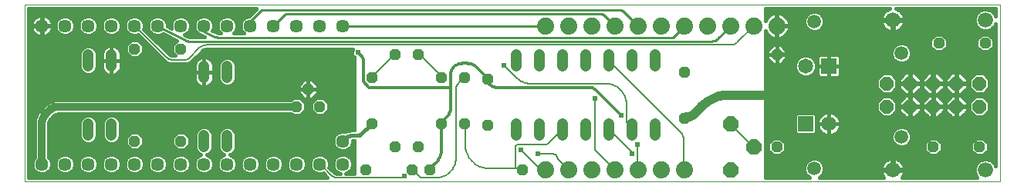
<source format=gbl>
G75*
%MOIN*%
%OFA0B0*%
%FSLAX24Y24*%
%IPPOS*%
%LPD*%
%AMOC8*
5,1,8,0,0,1.08239X$1,22.5*
%
%ADD10C,0.0010*%
%ADD11OC8,0.0600*%
%ADD12R,0.0650X0.0650*%
%ADD13C,0.0650*%
%ADD14OC8,0.0480*%
%ADD15C,0.0660*%
%ADD16C,0.0570*%
%ADD17C,0.0480*%
%ADD18C,0.0591*%
%ADD19C,0.0740*%
%ADD20OC8,0.0660*%
%ADD21C,0.0120*%
%ADD22C,0.0240*%
%ADD23C,0.0160*%
%ADD24C,0.0400*%
%ADD25C,0.0320*%
%ADD26C,0.0080*%
%ADD27C,0.0100*%
D10*
X001244Y004057D02*
X043370Y004057D01*
X043370Y011734D01*
X001244Y011734D01*
X001244Y004057D01*
D11*
X038494Y007307D03*
X039494Y007307D03*
X040494Y007307D03*
X041494Y007307D03*
X042494Y007307D03*
X042494Y008307D03*
X041494Y008307D03*
X040494Y008307D03*
X039494Y008307D03*
X038494Y008307D03*
D12*
X035994Y009057D03*
X034994Y006557D03*
D13*
X035994Y006557D03*
X034994Y009057D03*
D14*
X033744Y009557D03*
X029744Y008807D03*
X029744Y006807D03*
X033744Y005557D03*
X040494Y005557D03*
X042494Y005557D03*
X042744Y010057D03*
X040744Y010057D03*
X022744Y004557D03*
X018744Y004557D03*
X017994Y004557D03*
X015994Y004557D03*
X017244Y005557D03*
X018244Y005557D03*
X021244Y006507D03*
X020244Y006557D03*
X019244Y006557D03*
X016244Y006557D03*
X013994Y007307D03*
X012994Y007307D03*
X013494Y008057D03*
X016244Y008557D03*
X019244Y008557D03*
X020244Y008557D03*
X021244Y008507D03*
X018244Y009557D03*
X017244Y009557D03*
X007994Y009807D03*
X005994Y009807D03*
X005994Y005807D03*
X007994Y005807D03*
D15*
X038744Y004557D03*
X042744Y004557D03*
X042744Y011057D03*
X038744Y011057D03*
D16*
X014994Y010807D03*
X013994Y010807D03*
X012994Y010807D03*
X011994Y010807D03*
X010994Y010807D03*
X009994Y010807D03*
X008994Y010807D03*
X007994Y010807D03*
X006994Y010807D03*
X005994Y010807D03*
X004994Y010807D03*
X003994Y010807D03*
X002994Y010807D03*
X001994Y010807D03*
X014994Y005807D03*
X014994Y004807D03*
X013994Y004807D03*
X012994Y004807D03*
X011994Y004807D03*
X010994Y004807D03*
X009994Y004807D03*
X008994Y004807D03*
X007994Y004807D03*
X006994Y004807D03*
X005994Y004807D03*
X004994Y004807D03*
X003994Y004807D03*
X002994Y004807D03*
X001994Y004807D03*
D17*
X003994Y006067D02*
X003994Y006547D01*
X004994Y006547D02*
X004994Y006067D01*
X008994Y006047D02*
X008994Y005567D01*
X009994Y005567D02*
X009994Y006047D01*
X009994Y008567D02*
X009994Y009047D01*
X008994Y009047D02*
X008994Y008567D01*
X004994Y009067D02*
X004994Y009547D01*
X003994Y009547D02*
X003994Y009067D01*
X022494Y009067D02*
X022494Y009547D01*
X023494Y009547D02*
X023494Y009067D01*
X024494Y009067D02*
X024494Y009547D01*
X025494Y009547D02*
X025494Y009067D01*
X026494Y009067D02*
X026494Y009547D01*
X027494Y009547D02*
X027494Y009067D01*
X028494Y009067D02*
X028494Y009547D01*
X028494Y006547D02*
X028494Y006067D01*
X027494Y006067D02*
X027494Y006547D01*
X026494Y006547D02*
X026494Y006067D01*
X025494Y006067D02*
X025494Y006547D01*
X024494Y006547D02*
X024494Y006067D01*
X023494Y006067D02*
X023494Y006547D01*
X022494Y006547D02*
X022494Y006067D01*
D18*
X035364Y004623D03*
X039123Y005991D03*
X039123Y009623D03*
X035364Y010991D03*
D19*
X033744Y010807D03*
X032744Y010807D03*
X031744Y010807D03*
X030744Y010807D03*
X029744Y010807D03*
X028744Y010807D03*
X027744Y010807D03*
X026744Y010807D03*
X025744Y010807D03*
X024744Y010807D03*
X023744Y010807D03*
X023744Y004557D03*
X024744Y004557D03*
X025744Y004557D03*
X026744Y004557D03*
X027744Y004557D03*
X028744Y004557D03*
X029744Y004557D03*
D20*
X031744Y004557D03*
X032744Y005557D03*
X031744Y006557D03*
D21*
X029804Y006857D02*
X029744Y006807D01*
X027004Y006937D02*
X025936Y008004D01*
X025616Y008137D02*
X021614Y008137D01*
X021578Y008139D01*
X021542Y008144D01*
X021507Y008153D01*
X021472Y008165D01*
X021440Y008181D01*
X021408Y008199D01*
X021379Y008221D01*
X021352Y008245D01*
X021328Y008272D01*
X021306Y008301D01*
X021288Y008333D01*
X021272Y008365D01*
X021260Y008400D01*
X021251Y008435D01*
X021246Y008471D01*
X021244Y008507D01*
X021244Y008537D01*
X020755Y009025D01*
X020390Y009177D02*
X020153Y009177D01*
X020153Y009176D02*
X020109Y009174D01*
X020065Y009168D01*
X020021Y009159D01*
X019979Y009145D01*
X019938Y009128D01*
X019899Y009108D01*
X019861Y009084D01*
X019826Y009057D01*
X019793Y009027D01*
X019763Y008994D01*
X019736Y008959D01*
X019712Y008922D01*
X019692Y008882D01*
X019675Y008841D01*
X019661Y008799D01*
X019652Y008755D01*
X019646Y008711D01*
X019644Y008667D01*
X019644Y008137D01*
X016124Y008137D01*
X015884Y008377D01*
X015884Y009245D01*
X015883Y009245D02*
X015881Y009281D01*
X015877Y009317D01*
X015869Y009352D01*
X015858Y009387D01*
X015844Y009420D01*
X015828Y009452D01*
X015808Y009482D01*
X015786Y009511D01*
X015762Y009538D01*
X015644Y009657D01*
X020390Y009176D02*
X020430Y009174D01*
X020471Y009170D01*
X020510Y009162D01*
X020549Y009151D01*
X020587Y009137D01*
X020624Y009120D01*
X020660Y009100D01*
X020693Y009077D01*
X020725Y009052D01*
X020755Y009025D01*
X019644Y008137D02*
X019644Y007221D01*
X019642Y007178D01*
X019636Y007135D01*
X019627Y007093D01*
X019614Y007052D01*
X019598Y007012D01*
X019578Y006974D01*
X019555Y006938D01*
X019528Y006903D01*
X019499Y006872D01*
X019244Y006617D01*
X019244Y006557D01*
X019244Y005378D01*
X019243Y005378D02*
X019241Y005330D01*
X019236Y005281D01*
X019227Y005234D01*
X019215Y005187D01*
X019200Y005141D01*
X019182Y005096D01*
X019160Y005053D01*
X019135Y005011D01*
X019108Y004971D01*
X019077Y004933D01*
X019044Y004898D01*
X019045Y004898D02*
X018764Y004617D01*
X018744Y004557D01*
X025616Y008137D02*
X025655Y008135D01*
X025695Y008130D01*
X025733Y008122D01*
X025771Y008110D01*
X025807Y008095D01*
X025843Y008076D01*
X025876Y008055D01*
X025907Y008031D01*
X025936Y008004D01*
X033744Y009557D02*
X033804Y009577D01*
X035484Y009577D01*
X035964Y009097D02*
X035994Y009057D01*
X040444Y009337D02*
X040444Y008377D01*
X040494Y007307D02*
X040444Y007257D01*
X040444Y006297D01*
X038764Y004617D02*
X038744Y004557D01*
X033724Y010777D02*
X033744Y010807D01*
X038744Y011057D02*
X038764Y011017D01*
D22*
X025884Y007657D03*
X027004Y006937D03*
X027724Y005657D03*
X027484Y005257D03*
X023404Y005257D03*
X022684Y005417D03*
X017644Y004297D03*
X021964Y009097D03*
X015644Y009657D03*
D23*
X015406Y009763D02*
X008981Y009763D01*
X008964Y009755D02*
X009052Y009792D01*
X009100Y009797D01*
X015420Y009797D01*
X015384Y009708D01*
X015384Y009605D01*
X015423Y009509D01*
X015494Y009439D01*
X015494Y006277D01*
X015276Y006277D01*
X015123Y006213D01*
X015078Y006232D01*
X014909Y006232D01*
X014753Y006167D01*
X014633Y006047D01*
X014569Y005891D01*
X014569Y005722D01*
X014633Y005566D01*
X014753Y005446D01*
X014909Y005382D01*
X015078Y005382D01*
X015234Y005446D01*
X015354Y005566D01*
X015419Y005722D01*
X015419Y005837D01*
X015494Y005837D01*
X015494Y004397D01*
X015114Y004397D01*
X015234Y004446D01*
X015354Y004566D01*
X015419Y004722D01*
X015419Y004891D01*
X015354Y005047D01*
X015234Y005167D01*
X015078Y005232D01*
X014909Y005232D01*
X014753Y005167D01*
X014633Y005047D01*
X014569Y004891D01*
X014569Y004722D01*
X014633Y004566D01*
X014753Y004446D01*
X014873Y004397D01*
X014756Y004397D01*
X014719Y004400D01*
X014652Y004428D01*
X014623Y004452D01*
X014399Y004676D01*
X014419Y004722D01*
X014419Y004891D01*
X014354Y005047D01*
X014234Y005167D01*
X014078Y005232D01*
X013909Y005232D01*
X013753Y005167D01*
X013633Y005047D01*
X013569Y004891D01*
X013569Y004722D01*
X013633Y004566D01*
X013753Y004446D01*
X013909Y004382D01*
X014078Y004382D01*
X014153Y004413D01*
X014324Y004242D01*
X001429Y004242D01*
X001429Y011549D01*
X011267Y011549D01*
X011238Y011520D01*
X011238Y011520D01*
X010950Y011232D01*
X010909Y011232D01*
X010753Y011167D01*
X010633Y011047D01*
X010569Y010891D01*
X010569Y010722D01*
X010633Y010566D01*
X010713Y010487D01*
X010275Y010487D01*
X010354Y010566D01*
X010419Y010722D01*
X010419Y010891D01*
X010354Y011047D01*
X010234Y011167D01*
X010078Y011232D01*
X009909Y011232D01*
X009753Y011167D01*
X009633Y011047D01*
X009569Y010891D01*
X009569Y010722D01*
X009633Y010566D01*
X009713Y010487D01*
X009672Y010487D01*
X009605Y010494D01*
X009541Y010514D01*
X009469Y010546D01*
X009365Y010591D01*
X009419Y010722D01*
X009419Y010891D01*
X009354Y011047D01*
X009234Y011167D01*
X009078Y011232D01*
X008909Y011232D01*
X008753Y011167D01*
X008633Y011047D01*
X008569Y010891D01*
X008569Y010722D01*
X008633Y010566D01*
X008753Y010446D01*
X008844Y010409D01*
X008845Y010404D01*
X008885Y010387D01*
X008915Y010357D01*
X008954Y010357D01*
X009022Y010327D01*
X008395Y010327D01*
X008363Y010329D01*
X008299Y010344D01*
X008270Y010357D01*
X008259Y010362D01*
X008199Y010392D01*
X008156Y010414D01*
X008234Y010446D01*
X008354Y010566D01*
X008419Y010722D01*
X008419Y010891D01*
X008354Y011047D01*
X008234Y011167D01*
X008078Y011232D01*
X007909Y011232D01*
X007753Y011167D01*
X007633Y011047D01*
X007569Y010891D01*
X007569Y010722D01*
X007575Y010706D01*
X007419Y010785D01*
X007419Y010891D01*
X007354Y011047D01*
X007234Y011167D01*
X007078Y011232D01*
X006909Y011232D01*
X006753Y011167D01*
X006633Y011047D01*
X006569Y010891D01*
X006569Y010722D01*
X006633Y010566D01*
X006753Y010446D01*
X006909Y010382D01*
X007078Y010382D01*
X007234Y010446D01*
X007239Y010451D01*
X007811Y010162D01*
X007614Y009964D01*
X007614Y009649D01*
X007746Y009517D01*
X007625Y009517D01*
X007593Y009520D01*
X007536Y009544D01*
X007511Y009564D01*
X006399Y010676D01*
X006419Y010722D01*
X006419Y010891D01*
X006354Y011047D01*
X006234Y011167D01*
X006078Y011232D01*
X005909Y011232D01*
X005753Y011167D01*
X005633Y011047D01*
X005569Y010891D01*
X005569Y010722D01*
X005633Y010566D01*
X005753Y010446D01*
X005909Y010382D01*
X006078Y010382D01*
X006153Y010413D01*
X007204Y009362D01*
X007218Y009348D01*
X007309Y009256D01*
X007309Y009256D01*
X007330Y009236D01*
X007521Y009157D01*
X008271Y009157D01*
X008420Y009218D01*
X008424Y009222D01*
X008874Y009672D01*
X008913Y009711D01*
X008926Y009725D01*
X008964Y009755D01*
X008806Y009604D02*
X015384Y009604D01*
X015487Y009446D02*
X009125Y009446D01*
X009155Y009436D02*
X009092Y009456D01*
X009027Y009467D01*
X008994Y009467D01*
X008994Y008807D01*
X009414Y008807D01*
X009414Y009080D01*
X009403Y009145D01*
X009383Y009208D01*
X009353Y009267D01*
X009314Y009320D01*
X009267Y009367D01*
X009214Y009406D01*
X009155Y009436D01*
X008994Y009446D02*
X008994Y009446D01*
X008994Y009467D02*
X008961Y009467D01*
X008895Y009456D01*
X008832Y009436D01*
X008774Y009406D01*
X008720Y009367D01*
X008673Y009320D01*
X008634Y009267D01*
X008604Y009208D01*
X008584Y009145D01*
X008574Y009080D01*
X008574Y008807D01*
X008994Y008807D01*
X008994Y008807D01*
X008994Y008807D01*
X008994Y009467D01*
X008863Y009446D02*
X008647Y009446D01*
X008649Y009287D02*
X008489Y009287D01*
X008424Y009222D02*
X008424Y009222D01*
X008420Y009218D02*
X008420Y009218D01*
X008581Y009129D02*
X005414Y009129D01*
X005414Y009034D02*
X005414Y009307D01*
X005414Y009580D01*
X005403Y009645D01*
X005383Y009708D01*
X005353Y009767D01*
X005314Y009820D01*
X005267Y009867D01*
X005214Y009906D01*
X005155Y009936D01*
X005092Y009956D01*
X005027Y009967D01*
X004994Y009967D01*
X004994Y009307D01*
X005414Y009307D01*
X004994Y009307D01*
X004994Y009307D01*
X004994Y009307D01*
X004994Y009967D01*
X004961Y009967D01*
X004895Y009956D01*
X004832Y009936D01*
X004774Y009906D01*
X004720Y009867D01*
X004673Y009820D01*
X004634Y009767D01*
X004604Y009708D01*
X004584Y009645D01*
X004574Y009580D01*
X004574Y009307D01*
X004994Y009307D01*
X004994Y008647D01*
X005027Y008647D01*
X005092Y008657D01*
X005155Y008677D01*
X005214Y008707D01*
X005267Y008746D01*
X005314Y008793D01*
X005353Y008847D01*
X005383Y008905D01*
X005403Y008968D01*
X005414Y009034D01*
X005404Y008970D02*
X008574Y008970D01*
X008574Y008812D02*
X005328Y008812D01*
X005068Y008653D02*
X008574Y008653D01*
X008574Y008534D02*
X008584Y008468D01*
X008604Y008405D01*
X008634Y008347D01*
X008673Y008293D01*
X008720Y008246D01*
X008774Y008207D01*
X008832Y008177D01*
X008895Y008157D01*
X008961Y008147D01*
X008994Y008147D01*
X009027Y008147D01*
X009092Y008157D01*
X009155Y008177D01*
X009214Y008207D01*
X009267Y008246D01*
X009314Y008293D01*
X009353Y008347D01*
X009383Y008405D01*
X009403Y008468D01*
X009414Y008534D01*
X009414Y008807D01*
X008994Y008807D01*
X008994Y008147D01*
X008994Y008807D01*
X008994Y008807D01*
X008994Y008807D01*
X008574Y008807D01*
X008574Y008534D01*
X008580Y008495D02*
X001429Y008495D01*
X001429Y008653D02*
X004920Y008653D01*
X004895Y008657D02*
X004961Y008647D01*
X004994Y008647D01*
X004994Y009307D01*
X004994Y009307D01*
X004994Y009307D01*
X004574Y009307D01*
X004574Y009034D01*
X004584Y008968D01*
X004604Y008905D01*
X004634Y008847D01*
X004673Y008793D01*
X004720Y008746D01*
X004774Y008707D01*
X004832Y008677D01*
X004895Y008657D01*
X004994Y008653D02*
X004994Y008653D01*
X004994Y008812D02*
X004994Y008812D01*
X004994Y008970D02*
X004994Y008970D01*
X004994Y009129D02*
X004994Y009129D01*
X004994Y009287D02*
X004994Y009287D01*
X004994Y009446D02*
X004994Y009446D01*
X004994Y009604D02*
X004994Y009604D01*
X004994Y009763D02*
X004994Y009763D01*
X004994Y009921D02*
X004994Y009921D01*
X005184Y009921D02*
X005614Y009921D01*
X005614Y009964D02*
X005614Y009649D01*
X005836Y009427D01*
X006151Y009427D01*
X006374Y009649D01*
X006374Y009964D01*
X006151Y010187D01*
X005836Y010187D01*
X005614Y009964D01*
X005729Y010080D02*
X001429Y010080D01*
X001429Y010238D02*
X006328Y010238D01*
X006258Y010080D02*
X006486Y010080D01*
X006374Y009921D02*
X006645Y009921D01*
X006803Y009763D02*
X006374Y009763D01*
X006329Y009604D02*
X006962Y009604D01*
X007120Y009446D02*
X006170Y009446D01*
X005817Y009446D02*
X005414Y009446D01*
X005410Y009604D02*
X005659Y009604D01*
X005614Y009763D02*
X005355Y009763D01*
X004804Y009921D02*
X004083Y009921D01*
X004069Y009927D02*
X003918Y009927D01*
X003778Y009869D01*
X003672Y009762D01*
X003614Y009622D01*
X003614Y008991D01*
X003672Y008851D01*
X003778Y008745D01*
X003918Y008687D01*
X004069Y008687D01*
X004209Y008745D01*
X004316Y008851D01*
X004374Y008991D01*
X004374Y009622D01*
X004316Y009762D01*
X004209Y009869D01*
X004069Y009927D01*
X003905Y009921D02*
X001429Y009921D01*
X001429Y009763D02*
X003672Y009763D01*
X003614Y009604D02*
X001429Y009604D01*
X001429Y009446D02*
X003614Y009446D01*
X003614Y009287D02*
X001429Y009287D01*
X001429Y009129D02*
X003614Y009129D01*
X003622Y008970D02*
X001429Y008970D01*
X001429Y008812D02*
X003711Y008812D01*
X004276Y008812D02*
X004660Y008812D01*
X004584Y008970D02*
X004365Y008970D01*
X004374Y009129D02*
X004574Y009129D01*
X004574Y009287D02*
X004374Y009287D01*
X004374Y009446D02*
X004574Y009446D01*
X004578Y009604D02*
X004374Y009604D01*
X004315Y009763D02*
X004632Y009763D01*
X004909Y010382D02*
X005078Y010382D01*
X005234Y010446D01*
X005354Y010566D01*
X005419Y010722D01*
X005419Y010891D01*
X005354Y011047D01*
X005234Y011167D01*
X005078Y011232D01*
X004909Y011232D01*
X004753Y011167D01*
X004633Y011047D01*
X004569Y010891D01*
X004569Y010722D01*
X004633Y010566D01*
X004753Y010446D01*
X004909Y010382D01*
X004873Y010397D02*
X004114Y010397D01*
X004078Y010382D02*
X004234Y010446D01*
X004354Y010566D01*
X004419Y010722D01*
X004419Y010891D01*
X004354Y011047D01*
X004234Y011167D01*
X004078Y011232D01*
X003909Y011232D01*
X003753Y011167D01*
X003633Y011047D01*
X003569Y010891D01*
X003569Y010722D01*
X003633Y010566D01*
X003753Y010446D01*
X003909Y010382D01*
X004078Y010382D01*
X003873Y010397D02*
X003114Y010397D01*
X003078Y010382D02*
X003234Y010446D01*
X003354Y010566D01*
X003419Y010722D01*
X003419Y010891D01*
X003354Y011047D01*
X003234Y011167D01*
X003078Y011232D01*
X002909Y011232D01*
X002753Y011167D01*
X002633Y011047D01*
X002569Y010891D01*
X002569Y010722D01*
X002633Y010566D01*
X002753Y010446D01*
X002909Y010382D01*
X003078Y010382D01*
X002873Y010397D02*
X002213Y010397D01*
X002237Y010409D02*
X002172Y010376D01*
X002103Y010353D01*
X002030Y010342D01*
X002009Y010342D01*
X002009Y010792D01*
X002009Y010822D01*
X001979Y010822D01*
X001979Y011272D01*
X001957Y011272D01*
X001885Y011260D01*
X001815Y011238D01*
X001750Y011204D01*
X001691Y011161D01*
X001639Y011110D01*
X001596Y011050D01*
X001563Y010985D01*
X001540Y010916D01*
X001529Y010843D01*
X001529Y010822D01*
X001979Y010822D01*
X001979Y010792D01*
X001529Y010792D01*
X001529Y010770D01*
X001540Y010698D01*
X001563Y010628D01*
X001596Y010563D01*
X001639Y010504D01*
X001691Y010452D01*
X001750Y010409D01*
X001815Y010376D01*
X001885Y010353D01*
X001957Y010342D01*
X001979Y010342D01*
X001979Y010792D01*
X002009Y010792D01*
X002459Y010792D01*
X002459Y010770D01*
X002447Y010698D01*
X002425Y010628D01*
X002391Y010563D01*
X002348Y010504D01*
X002297Y010452D01*
X002237Y010409D01*
X002386Y010555D02*
X002644Y010555D01*
X002572Y010714D02*
X002450Y010714D01*
X002459Y010822D02*
X002459Y010843D01*
X002447Y010916D01*
X002425Y010985D01*
X002391Y011050D01*
X002348Y011110D01*
X002297Y011161D01*
X002237Y011204D01*
X002172Y011238D01*
X002103Y011260D01*
X002030Y011272D01*
X002009Y011272D01*
X002009Y010822D01*
X002459Y010822D01*
X002454Y010872D02*
X002569Y010872D01*
X002626Y011031D02*
X002401Y011031D01*
X002258Y011189D02*
X002807Y011189D01*
X003181Y011189D02*
X003807Y011189D01*
X003626Y011031D02*
X003361Y011031D01*
X003419Y010872D02*
X003569Y010872D01*
X003572Y010714D02*
X003415Y010714D01*
X003343Y010555D02*
X003644Y010555D01*
X004343Y010555D02*
X004644Y010555D01*
X004572Y010714D02*
X004415Y010714D01*
X004419Y010872D02*
X004569Y010872D01*
X004626Y011031D02*
X004361Y011031D01*
X004181Y011189D02*
X004807Y011189D01*
X005181Y011189D02*
X005807Y011189D01*
X005626Y011031D02*
X005361Y011031D01*
X005419Y010872D02*
X005569Y010872D01*
X005572Y010714D02*
X005415Y010714D01*
X005343Y010555D02*
X005644Y010555D01*
X005873Y010397D02*
X005114Y010397D01*
X006114Y010397D02*
X006169Y010397D01*
X006520Y010555D02*
X006644Y010555D01*
X006678Y010397D02*
X006873Y010397D01*
X006837Y010238D02*
X007660Y010238D01*
X007729Y010080D02*
X006995Y010080D01*
X007154Y009921D02*
X007614Y009921D01*
X007614Y009763D02*
X007312Y009763D01*
X007471Y009604D02*
X007659Y009604D01*
X007279Y009287D02*
X005414Y009287D01*
X007330Y009236D02*
X007330Y009236D01*
X008994Y009287D02*
X008994Y009287D01*
X008994Y009129D02*
X008994Y009129D01*
X008994Y008970D02*
X008994Y008970D01*
X008994Y008812D02*
X008994Y008812D01*
X008994Y008653D02*
X008994Y008653D01*
X008994Y008495D02*
X008994Y008495D01*
X008994Y008336D02*
X008994Y008336D01*
X008994Y008178D02*
X008994Y008178D01*
X009155Y008178D02*
X013074Y008178D01*
X013074Y008231D02*
X013074Y008057D01*
X013494Y008057D01*
X013914Y008057D01*
X013914Y008231D01*
X013668Y008477D01*
X013494Y008477D01*
X013494Y008057D01*
X013494Y008057D01*
X013494Y008057D01*
X013494Y008477D01*
X013320Y008477D01*
X013074Y008231D01*
X013179Y008336D02*
X010301Y008336D01*
X010316Y008351D02*
X010374Y008491D01*
X010374Y009122D01*
X010316Y009262D01*
X010209Y009369D01*
X010069Y009427D01*
X009918Y009427D01*
X009778Y009369D01*
X009672Y009262D01*
X009614Y009122D01*
X009614Y008491D01*
X009672Y008351D01*
X009778Y008245D01*
X009918Y008187D01*
X010069Y008187D01*
X010209Y008245D01*
X010316Y008351D01*
X010374Y008495D02*
X015494Y008495D01*
X015494Y008653D02*
X010374Y008653D01*
X010374Y008812D02*
X015494Y008812D01*
X015494Y008970D02*
X010374Y008970D01*
X010371Y009129D02*
X015494Y009129D01*
X015494Y009287D02*
X010291Y009287D01*
X009697Y009287D02*
X009338Y009287D01*
X009406Y009129D02*
X009616Y009129D01*
X009614Y008970D02*
X009414Y008970D01*
X009414Y008812D02*
X009614Y008812D01*
X009614Y008653D02*
X009414Y008653D01*
X009408Y008495D02*
X009614Y008495D01*
X009687Y008336D02*
X009345Y008336D01*
X008832Y008178D02*
X001429Y008178D01*
X001429Y008336D02*
X008642Y008336D01*
X012756Y007607D02*
X002554Y007607D01*
X002239Y007476D01*
X002239Y007476D01*
X002160Y007397D01*
X001903Y007140D01*
X001824Y007062D01*
X001824Y007062D01*
X001694Y006746D01*
X001694Y005108D01*
X001633Y005047D01*
X001569Y004891D01*
X001569Y004722D01*
X001633Y004566D01*
X001753Y004446D01*
X001909Y004382D01*
X002078Y004382D01*
X002234Y004446D01*
X002354Y004566D01*
X002419Y004722D01*
X002419Y004891D01*
X002354Y005047D01*
X002294Y005108D01*
X002294Y006575D01*
X002299Y006626D01*
X002337Y006719D01*
X002370Y006758D01*
X002500Y006889D01*
X002503Y006892D01*
X002542Y006931D01*
X002581Y006963D01*
X002675Y007002D01*
X002725Y007007D01*
X012756Y007007D01*
X012836Y006927D01*
X013151Y006927D01*
X013374Y007149D01*
X013374Y007464D01*
X013151Y007687D01*
X012836Y007687D01*
X012756Y007607D01*
X013074Y007883D02*
X013320Y007637D01*
X013494Y007637D01*
X013668Y007637D01*
X013914Y007883D01*
X013914Y008057D01*
X013494Y008057D01*
X013494Y007637D01*
X013494Y008057D01*
X013494Y008057D01*
X013494Y008057D01*
X013074Y008057D01*
X013074Y007883D01*
X013096Y007861D02*
X001429Y007861D01*
X001429Y008019D02*
X013074Y008019D01*
X013494Y008019D02*
X013494Y008019D01*
X013494Y007861D02*
X013494Y007861D01*
X013494Y007702D02*
X013494Y007702D01*
X013733Y007702D02*
X015494Y007702D01*
X015494Y007544D02*
X014294Y007544D01*
X014374Y007464D02*
X014151Y007687D01*
X013836Y007687D01*
X013614Y007464D01*
X013614Y007149D01*
X013836Y006927D01*
X014151Y006927D01*
X014374Y007149D01*
X014374Y007464D01*
X014374Y007385D02*
X015494Y007385D01*
X015494Y007227D02*
X014374Y007227D01*
X014293Y007068D02*
X015494Y007068D01*
X015494Y006910D02*
X005110Y006910D01*
X005069Y006927D02*
X004918Y006927D01*
X004778Y006869D01*
X004672Y006762D01*
X004614Y006622D01*
X004614Y005991D01*
X004672Y005851D01*
X004778Y005745D01*
X004918Y005687D01*
X005069Y005687D01*
X005209Y005745D01*
X005316Y005851D01*
X005374Y005991D01*
X005374Y006622D01*
X005316Y006762D01*
X005209Y006869D01*
X005069Y006927D01*
X004877Y006910D02*
X004110Y006910D01*
X004069Y006927D02*
X003918Y006927D01*
X003778Y006869D01*
X003672Y006762D01*
X003614Y006622D01*
X003614Y005991D01*
X003672Y005851D01*
X003778Y005745D01*
X003918Y005687D01*
X004069Y005687D01*
X004209Y005745D01*
X004316Y005851D01*
X004374Y005991D01*
X004374Y006622D01*
X004316Y006762D01*
X004209Y006869D01*
X004069Y006927D01*
X003877Y006910D02*
X002521Y006910D01*
X002500Y006889D02*
X002500Y006889D01*
X002364Y006751D02*
X003667Y006751D01*
X003614Y006593D02*
X002295Y006593D01*
X002294Y006434D02*
X003614Y006434D01*
X003614Y006276D02*
X002294Y006276D01*
X002294Y006117D02*
X003614Y006117D01*
X003627Y005959D02*
X002294Y005959D01*
X002294Y005800D02*
X003723Y005800D01*
X004265Y005800D02*
X004723Y005800D01*
X004627Y005959D02*
X004360Y005959D01*
X004374Y006117D02*
X004614Y006117D01*
X004614Y006276D02*
X004374Y006276D01*
X004374Y006434D02*
X004614Y006434D01*
X004614Y006593D02*
X004374Y006593D01*
X004320Y006751D02*
X004667Y006751D01*
X005320Y006751D02*
X015494Y006751D01*
X015494Y006593D02*
X005374Y006593D01*
X005374Y006434D02*
X015494Y006434D01*
X015620Y006056D02*
X015648Y006058D01*
X015676Y006062D01*
X015703Y006070D01*
X015729Y006081D01*
X015754Y006094D01*
X015776Y006111D01*
X015797Y006130D01*
X016204Y006537D01*
X015274Y006276D02*
X010302Y006276D01*
X010316Y006262D02*
X010209Y006369D01*
X010069Y006427D01*
X009918Y006427D01*
X009778Y006369D01*
X009672Y006262D01*
X009614Y006122D01*
X009614Y005491D01*
X009672Y005351D01*
X009778Y005245D01*
X009859Y005211D01*
X009753Y005167D01*
X009633Y005047D01*
X009569Y004891D01*
X009569Y004722D01*
X009633Y004566D01*
X009753Y004446D01*
X009909Y004382D01*
X010078Y004382D01*
X010234Y004446D01*
X010354Y004566D01*
X010419Y004722D01*
X010419Y004891D01*
X010354Y005047D01*
X010234Y005167D01*
X010128Y005211D01*
X010209Y005245D01*
X010316Y005351D01*
X010374Y005491D01*
X010374Y006122D01*
X010316Y006262D01*
X010374Y006117D02*
X014703Y006117D01*
X014597Y005959D02*
X010374Y005959D01*
X010374Y005800D02*
X014569Y005800D01*
X014602Y005642D02*
X010374Y005642D01*
X010370Y005483D02*
X014716Y005483D01*
X015271Y005483D02*
X015494Y005483D01*
X015494Y005325D02*
X010289Y005325D01*
X010235Y005166D02*
X010752Y005166D01*
X010753Y005167D02*
X010633Y005047D01*
X010569Y004891D01*
X010569Y004722D01*
X010633Y004566D01*
X010753Y004446D01*
X010909Y004382D01*
X011078Y004382D01*
X011234Y004446D01*
X011354Y004566D01*
X011419Y004722D01*
X011419Y004891D01*
X011354Y005047D01*
X011234Y005167D01*
X011078Y005232D01*
X010909Y005232D01*
X010753Y005167D01*
X010617Y005008D02*
X010370Y005008D01*
X010419Y004849D02*
X010569Y004849D01*
X010582Y004691D02*
X010406Y004691D01*
X010320Y004532D02*
X010667Y004532D01*
X011320Y004532D02*
X011667Y004532D01*
X011633Y004566D02*
X011753Y004446D01*
X011909Y004382D01*
X012078Y004382D01*
X012234Y004446D01*
X012354Y004566D01*
X012419Y004722D01*
X012419Y004891D01*
X012354Y005047D01*
X012234Y005167D01*
X012078Y005232D01*
X011909Y005232D01*
X011753Y005167D01*
X011633Y005047D01*
X011569Y004891D01*
X011569Y004722D01*
X011633Y004566D01*
X011582Y004691D02*
X011406Y004691D01*
X011419Y004849D02*
X011569Y004849D01*
X011617Y005008D02*
X011370Y005008D01*
X011235Y005166D02*
X011752Y005166D01*
X012235Y005166D02*
X012752Y005166D01*
X012753Y005167D02*
X012633Y005047D01*
X012569Y004891D01*
X012569Y004722D01*
X012633Y004566D01*
X012753Y004446D01*
X012909Y004382D01*
X013078Y004382D01*
X013234Y004446D01*
X013354Y004566D01*
X013419Y004722D01*
X013419Y004891D01*
X013354Y005047D01*
X013234Y005167D01*
X013078Y005232D01*
X012909Y005232D01*
X012753Y005167D01*
X012617Y005008D02*
X012370Y005008D01*
X012419Y004849D02*
X012569Y004849D01*
X012582Y004691D02*
X012406Y004691D01*
X012320Y004532D02*
X012667Y004532D01*
X013320Y004532D02*
X013667Y004532D01*
X013582Y004691D02*
X013406Y004691D01*
X013419Y004849D02*
X013569Y004849D01*
X013617Y005008D02*
X013370Y005008D01*
X013235Y005166D02*
X013752Y005166D01*
X014235Y005166D02*
X014752Y005166D01*
X014617Y005008D02*
X014370Y005008D01*
X014419Y004849D02*
X014569Y004849D01*
X014582Y004691D02*
X014406Y004691D01*
X014543Y004532D02*
X014667Y004532D01*
X014192Y004374D02*
X001429Y004374D01*
X001429Y004532D02*
X001667Y004532D01*
X001582Y004691D02*
X001429Y004691D01*
X001429Y004849D02*
X001569Y004849D01*
X001617Y005008D02*
X001429Y005008D01*
X001429Y005166D02*
X001694Y005166D01*
X001694Y005325D02*
X001429Y005325D01*
X001429Y005483D02*
X001694Y005483D01*
X001694Y005642D02*
X001429Y005642D01*
X001429Y005800D02*
X001694Y005800D01*
X001694Y005959D02*
X001429Y005959D01*
X001429Y006117D02*
X001694Y006117D01*
X001694Y006276D02*
X001429Y006276D01*
X001429Y006434D02*
X001694Y006434D01*
X001694Y006593D02*
X001429Y006593D01*
X001429Y006751D02*
X001696Y006751D01*
X001762Y006910D02*
X001429Y006910D01*
X001429Y007068D02*
X001831Y007068D01*
X001903Y007140D02*
X001903Y007140D01*
X001989Y007227D02*
X001429Y007227D01*
X001429Y007385D02*
X002148Y007385D01*
X002160Y007397D02*
X002160Y007397D01*
X002402Y007544D02*
X001429Y007544D01*
X001429Y007702D02*
X013254Y007702D01*
X013294Y007544D02*
X013693Y007544D01*
X013614Y007385D02*
X013374Y007385D01*
X013374Y007227D02*
X013614Y007227D01*
X013695Y007068D02*
X013293Y007068D01*
X013892Y007861D02*
X015494Y007861D01*
X015494Y008019D02*
X013914Y008019D01*
X013914Y008178D02*
X015494Y008178D01*
X015494Y008336D02*
X013808Y008336D01*
X013494Y008336D02*
X013494Y008336D01*
X013494Y008178D02*
X013494Y008178D01*
X009209Y006369D02*
X009069Y006427D01*
X008918Y006427D01*
X008778Y006369D01*
X008672Y006262D01*
X008614Y006122D01*
X008614Y005491D01*
X008672Y005351D01*
X008778Y005245D01*
X008859Y005211D01*
X008753Y005167D01*
X008633Y005047D01*
X008569Y004891D01*
X008569Y004722D01*
X008633Y004566D01*
X008753Y004446D01*
X008909Y004382D01*
X009078Y004382D01*
X009234Y004446D01*
X009354Y004566D01*
X009419Y004722D01*
X009419Y004891D01*
X009354Y005047D01*
X009234Y005167D01*
X009128Y005211D01*
X009209Y005245D01*
X009316Y005351D01*
X009374Y005491D01*
X009374Y006122D01*
X009316Y006262D01*
X009209Y006369D01*
X009302Y006276D02*
X009685Y006276D01*
X009614Y006117D02*
X009374Y006117D01*
X009374Y005959D02*
X009614Y005959D01*
X009614Y005800D02*
X009374Y005800D01*
X009374Y005642D02*
X009614Y005642D01*
X009617Y005483D02*
X009370Y005483D01*
X009289Y005325D02*
X009698Y005325D01*
X009752Y005166D02*
X009235Y005166D01*
X009370Y005008D02*
X009617Y005008D01*
X009569Y004849D02*
X009419Y004849D01*
X009406Y004691D02*
X009582Y004691D01*
X009667Y004532D02*
X009320Y004532D01*
X008667Y004532D02*
X008320Y004532D01*
X008354Y004566D02*
X008419Y004722D01*
X008419Y004891D01*
X008354Y005047D01*
X008234Y005167D01*
X008078Y005232D01*
X007909Y005232D01*
X007753Y005167D01*
X007633Y005047D01*
X007569Y004891D01*
X007569Y004722D01*
X007633Y004566D01*
X007753Y004446D01*
X007909Y004382D01*
X008078Y004382D01*
X008234Y004446D01*
X008354Y004566D01*
X008406Y004691D02*
X008582Y004691D01*
X008569Y004849D02*
X008419Y004849D01*
X008370Y005008D02*
X008617Y005008D01*
X008752Y005166D02*
X008235Y005166D01*
X008151Y005427D02*
X008374Y005649D01*
X008374Y005964D01*
X008151Y006187D01*
X007836Y006187D01*
X007614Y005964D01*
X007614Y005649D01*
X007836Y005427D01*
X008151Y005427D01*
X008208Y005483D02*
X008617Y005483D01*
X008614Y005642D02*
X008366Y005642D01*
X008374Y005800D02*
X008614Y005800D01*
X008614Y005959D02*
X008374Y005959D01*
X008221Y006117D02*
X008614Y006117D01*
X008685Y006276D02*
X005374Y006276D01*
X005374Y006117D02*
X005767Y006117D01*
X005836Y006187D02*
X005614Y005964D01*
X005614Y005649D01*
X005836Y005427D01*
X006151Y005427D01*
X006374Y005649D01*
X006374Y005964D01*
X006151Y006187D01*
X005836Y006187D01*
X005614Y005959D02*
X005360Y005959D01*
X005265Y005800D02*
X005614Y005800D01*
X005621Y005642D02*
X002294Y005642D01*
X002294Y005483D02*
X005780Y005483D01*
X006208Y005483D02*
X007780Y005483D01*
X007621Y005642D02*
X006366Y005642D01*
X006374Y005800D02*
X007614Y005800D01*
X007614Y005959D02*
X006374Y005959D01*
X006221Y006117D02*
X007767Y006117D01*
X008698Y005325D02*
X002294Y005325D01*
X002294Y005166D02*
X002752Y005166D01*
X002753Y005167D02*
X002633Y005047D01*
X002569Y004891D01*
X002569Y004722D01*
X002633Y004566D01*
X002753Y004446D01*
X002909Y004382D01*
X003078Y004382D01*
X003234Y004446D01*
X003354Y004566D01*
X003419Y004722D01*
X003419Y004891D01*
X003354Y005047D01*
X003234Y005167D01*
X003078Y005232D01*
X002909Y005232D01*
X002753Y005167D01*
X002617Y005008D02*
X002370Y005008D01*
X002419Y004849D02*
X002569Y004849D01*
X002582Y004691D02*
X002406Y004691D01*
X002320Y004532D02*
X002667Y004532D01*
X003320Y004532D02*
X003667Y004532D01*
X003633Y004566D02*
X003753Y004446D01*
X003909Y004382D01*
X004078Y004382D01*
X004234Y004446D01*
X004354Y004566D01*
X004419Y004722D01*
X004419Y004891D01*
X004354Y005047D01*
X004234Y005167D01*
X004078Y005232D01*
X003909Y005232D01*
X003753Y005167D01*
X003633Y005047D01*
X003569Y004891D01*
X003569Y004722D01*
X003633Y004566D01*
X003582Y004691D02*
X003406Y004691D01*
X003419Y004849D02*
X003569Y004849D01*
X003617Y005008D02*
X003370Y005008D01*
X003235Y005166D02*
X003752Y005166D01*
X004235Y005166D02*
X004752Y005166D01*
X004753Y005167D02*
X004633Y005047D01*
X004569Y004891D01*
X004569Y004722D01*
X004633Y004566D01*
X004753Y004446D01*
X004909Y004382D01*
X005078Y004382D01*
X005234Y004446D01*
X005354Y004566D01*
X005419Y004722D01*
X005419Y004891D01*
X005354Y005047D01*
X005234Y005167D01*
X005078Y005232D01*
X004909Y005232D01*
X004753Y005167D01*
X004617Y005008D02*
X004370Y005008D01*
X004419Y004849D02*
X004569Y004849D01*
X004582Y004691D02*
X004406Y004691D01*
X004320Y004532D02*
X004667Y004532D01*
X005320Y004532D02*
X005667Y004532D01*
X005633Y004566D02*
X005753Y004446D01*
X005909Y004382D01*
X006078Y004382D01*
X006234Y004446D01*
X006354Y004566D01*
X006419Y004722D01*
X006419Y004891D01*
X006354Y005047D01*
X006234Y005167D01*
X006078Y005232D01*
X005909Y005232D01*
X005753Y005167D01*
X005633Y005047D01*
X005569Y004891D01*
X005569Y004722D01*
X005633Y004566D01*
X005582Y004691D02*
X005406Y004691D01*
X005419Y004849D02*
X005569Y004849D01*
X005617Y005008D02*
X005370Y005008D01*
X005235Y005166D02*
X005752Y005166D01*
X006235Y005166D02*
X006752Y005166D01*
X006753Y005167D02*
X006633Y005047D01*
X006569Y004891D01*
X006569Y004722D01*
X006633Y004566D01*
X006753Y004446D01*
X006909Y004382D01*
X007078Y004382D01*
X007234Y004446D01*
X007354Y004566D01*
X007419Y004722D01*
X007419Y004891D01*
X007354Y005047D01*
X007234Y005167D01*
X007078Y005232D01*
X006909Y005232D01*
X006753Y005167D01*
X006617Y005008D02*
X006370Y005008D01*
X006419Y004849D02*
X006569Y004849D01*
X006582Y004691D02*
X006406Y004691D01*
X006320Y004532D02*
X006667Y004532D01*
X007320Y004532D02*
X007667Y004532D01*
X007582Y004691D02*
X007406Y004691D01*
X007419Y004849D02*
X007569Y004849D01*
X007617Y005008D02*
X007370Y005008D01*
X007235Y005166D02*
X007752Y005166D01*
X014994Y005807D02*
X015140Y005953D01*
X015390Y006057D02*
X015620Y006057D01*
X015494Y005800D02*
X015419Y005800D01*
X015390Y006057D02*
X015355Y006055D01*
X015321Y006050D01*
X015287Y006042D01*
X015255Y006030D01*
X015223Y006015D01*
X015193Y005997D01*
X015165Y005977D01*
X015140Y005953D01*
X015385Y005642D02*
X015494Y005642D01*
X015494Y005166D02*
X015235Y005166D01*
X015370Y005008D02*
X015494Y005008D01*
X015494Y004849D02*
X015419Y004849D01*
X015406Y004691D02*
X015494Y004691D01*
X015494Y004532D02*
X015320Y004532D01*
X033244Y004532D02*
X034931Y004532D01*
X034929Y004536D02*
X034995Y004376D01*
X035118Y004254D01*
X035147Y004242D01*
X033244Y004242D01*
X033244Y010577D01*
X033273Y010518D01*
X033324Y010448D01*
X033385Y010387D01*
X033455Y010336D01*
X033533Y010297D01*
X033615Y010270D01*
X033700Y010257D01*
X033724Y010257D01*
X033724Y010787D01*
X033764Y010787D01*
X033764Y010827D01*
X033724Y010827D01*
X033724Y011357D01*
X033700Y011357D01*
X033615Y011343D01*
X033533Y011316D01*
X033455Y011277D01*
X033385Y011226D01*
X033324Y011165D01*
X033273Y011095D01*
X033244Y011037D01*
X033244Y011549D01*
X038608Y011549D01*
X038548Y011529D01*
X038476Y011493D01*
X038411Y011446D01*
X038355Y011389D01*
X038308Y011324D01*
X038271Y011252D01*
X038246Y011176D01*
X038234Y011097D01*
X038234Y011087D01*
X038714Y011087D01*
X038714Y011027D01*
X038234Y011027D01*
X038234Y011017D01*
X038246Y010937D01*
X038271Y010861D01*
X038308Y010789D01*
X038355Y010724D01*
X038411Y010668D01*
X038476Y010621D01*
X038548Y010584D01*
X038624Y010559D01*
X038704Y010547D01*
X038714Y010547D01*
X038714Y011027D01*
X038774Y011027D01*
X038774Y011087D01*
X039254Y011087D01*
X039254Y011097D01*
X039241Y011176D01*
X039216Y011252D01*
X039180Y011324D01*
X039133Y011389D01*
X039076Y011446D01*
X039011Y011493D01*
X038939Y011529D01*
X038879Y011549D01*
X043185Y011549D01*
X043185Y011220D01*
X043142Y011323D01*
X043010Y011455D01*
X042837Y011527D01*
X042650Y011527D01*
X042477Y011455D01*
X042345Y011323D01*
X042274Y011150D01*
X042274Y010963D01*
X042345Y010790D01*
X042477Y010658D01*
X042650Y010587D01*
X042837Y010587D01*
X043010Y010658D01*
X043142Y010790D01*
X043185Y010893D01*
X043185Y004720D01*
X043142Y004823D01*
X043010Y004955D01*
X042837Y005027D01*
X042650Y005027D01*
X042477Y004955D01*
X042345Y004823D01*
X042274Y004650D01*
X042274Y004463D01*
X042345Y004290D01*
X042394Y004242D01*
X039145Y004242D01*
X039180Y004289D01*
X039216Y004361D01*
X039241Y004437D01*
X039254Y004517D01*
X039254Y004527D01*
X038774Y004527D01*
X038774Y004587D01*
X038714Y004587D01*
X038714Y005067D01*
X038704Y005067D01*
X038624Y005054D01*
X038548Y005029D01*
X038476Y004993D01*
X038411Y004946D01*
X038355Y004889D01*
X038308Y004824D01*
X038271Y004752D01*
X038246Y004676D01*
X038234Y004597D01*
X038234Y004587D01*
X038714Y004587D01*
X038714Y004527D01*
X038234Y004527D01*
X038234Y004517D01*
X038246Y004437D01*
X038271Y004361D01*
X038308Y004289D01*
X038342Y004242D01*
X035582Y004242D01*
X035611Y004254D01*
X035733Y004376D01*
X035800Y004536D01*
X035800Y004709D01*
X035733Y004869D01*
X035611Y004992D01*
X035451Y005058D01*
X035278Y005058D01*
X035118Y004992D01*
X034995Y004869D01*
X034929Y004709D01*
X034929Y004536D01*
X034929Y004691D02*
X033244Y004691D01*
X033244Y004849D02*
X034987Y004849D01*
X035156Y005008D02*
X033244Y005008D01*
X033244Y005166D02*
X043185Y005166D01*
X043185Y005008D02*
X042883Y005008D01*
X042604Y005008D02*
X038982Y005008D01*
X039011Y004993D02*
X038939Y005029D01*
X038863Y005054D01*
X038784Y005067D01*
X038774Y005067D01*
X038774Y004587D01*
X039254Y004587D01*
X039254Y004597D01*
X039241Y004676D01*
X039216Y004752D01*
X039180Y004824D01*
X039133Y004889D01*
X039076Y004946D01*
X039011Y004993D01*
X039162Y004849D02*
X042372Y004849D01*
X042290Y004691D02*
X039236Y004691D01*
X038774Y004691D02*
X038714Y004691D01*
X038714Y004849D02*
X038774Y004849D01*
X038774Y005008D02*
X038714Y005008D01*
X038505Y005008D02*
X035572Y005008D01*
X035742Y004849D02*
X038326Y004849D01*
X038251Y004691D02*
X035800Y004691D01*
X035798Y004532D02*
X038714Y004532D01*
X038774Y004532D02*
X042274Y004532D01*
X042311Y004374D02*
X039220Y004374D01*
X038267Y004374D02*
X035731Y004374D01*
X034998Y004374D02*
X033244Y004374D01*
X033586Y005177D02*
X033901Y005177D01*
X034124Y005399D01*
X034124Y005714D01*
X033901Y005937D01*
X033586Y005937D01*
X033364Y005714D01*
X033364Y005399D01*
X033586Y005177D01*
X033438Y005325D02*
X033244Y005325D01*
X033244Y005483D02*
X033364Y005483D01*
X033364Y005642D02*
X033244Y005642D01*
X033244Y005800D02*
X033450Y005800D01*
X033244Y005959D02*
X038688Y005959D01*
X038688Y005904D02*
X038754Y005744D01*
X038877Y005622D01*
X039037Y005555D01*
X039210Y005555D01*
X039370Y005622D01*
X039492Y005744D01*
X039558Y005904D01*
X039558Y006077D01*
X039492Y006237D01*
X039370Y006360D01*
X039210Y006426D01*
X039037Y006426D01*
X038877Y006360D01*
X038754Y006237D01*
X038688Y006077D01*
X038688Y005904D01*
X038731Y005800D02*
X034038Y005800D01*
X034124Y005642D02*
X038857Y005642D01*
X039390Y005642D02*
X040114Y005642D01*
X040114Y005714D02*
X040114Y005399D01*
X040336Y005177D01*
X040651Y005177D01*
X040874Y005399D01*
X040874Y005714D01*
X040651Y005937D01*
X040336Y005937D01*
X040114Y005714D01*
X040200Y005800D02*
X039515Y005800D01*
X039558Y005959D02*
X043185Y005959D01*
X043185Y006117D02*
X039542Y006117D01*
X039454Y006276D02*
X043185Y006276D01*
X043185Y006434D02*
X036485Y006434D01*
X036486Y006438D02*
X036499Y006517D01*
X036499Y006557D01*
X036499Y006596D01*
X036486Y006675D01*
X036462Y006751D01*
X036426Y006821D01*
X036379Y006886D01*
X036323Y006942D01*
X036258Y006989D01*
X036188Y007025D01*
X036112Y007049D01*
X036033Y007062D01*
X035994Y007062D01*
X035994Y006557D01*
X036499Y006557D01*
X035994Y006557D01*
X035994Y006557D01*
X035994Y006557D01*
X035994Y007062D01*
X035954Y007062D01*
X035875Y007049D01*
X035800Y007025D01*
X035729Y006989D01*
X035665Y006942D01*
X035609Y006886D01*
X035562Y006821D01*
X035526Y006751D01*
X035459Y006751D01*
X035526Y006751D02*
X035501Y006675D01*
X035489Y006596D01*
X035489Y006557D01*
X035994Y006557D01*
X035994Y006052D01*
X036033Y006052D01*
X036112Y006064D01*
X036188Y006089D01*
X036258Y006125D01*
X036323Y006171D01*
X036379Y006228D01*
X036426Y006292D01*
X036462Y006363D01*
X036486Y006438D01*
X036499Y006593D02*
X043185Y006593D01*
X043185Y006751D02*
X036461Y006751D01*
X036355Y006910D02*
X038268Y006910D01*
X038311Y006867D02*
X038054Y007124D01*
X038054Y007489D01*
X038311Y007747D01*
X038676Y007747D01*
X038934Y007489D01*
X038934Y007124D01*
X038676Y006867D01*
X038311Y006867D01*
X038719Y006910D02*
X039212Y006910D01*
X039295Y006827D02*
X039474Y006827D01*
X039474Y007287D01*
X039014Y007287D01*
X039014Y007108D01*
X039295Y006827D01*
X039474Y006910D02*
X039514Y006910D01*
X039514Y006827D02*
X039693Y006827D01*
X039974Y007108D01*
X039974Y007287D01*
X039514Y007287D01*
X039514Y007327D01*
X039974Y007327D01*
X039974Y007506D01*
X039693Y007787D01*
X039514Y007787D01*
X039514Y007327D01*
X039474Y007327D01*
X039474Y007787D01*
X039295Y007787D01*
X039014Y007506D01*
X039014Y007327D01*
X039474Y007327D01*
X039474Y007287D01*
X039514Y007287D01*
X039514Y006827D01*
X039776Y006910D02*
X040212Y006910D01*
X040295Y006827D02*
X040474Y006827D01*
X040474Y007287D01*
X040014Y007287D01*
X040014Y007108D01*
X040295Y006827D01*
X040474Y006910D02*
X040514Y006910D01*
X040514Y006827D02*
X040693Y006827D01*
X040974Y007108D01*
X040974Y007287D01*
X040514Y007287D01*
X040514Y007327D01*
X040974Y007327D01*
X040974Y007506D01*
X040693Y007787D01*
X040514Y007787D01*
X040514Y007327D01*
X040474Y007327D01*
X040474Y007787D01*
X040295Y007787D01*
X040014Y007506D01*
X040014Y007327D01*
X040474Y007327D01*
X040474Y007287D01*
X040514Y007287D01*
X040514Y006827D01*
X040776Y006910D02*
X041212Y006910D01*
X041295Y006827D02*
X041474Y006827D01*
X041474Y007287D01*
X041014Y007287D01*
X041014Y007108D01*
X041295Y006827D01*
X041474Y006910D02*
X041514Y006910D01*
X041514Y006827D02*
X041693Y006827D01*
X041974Y007108D01*
X041974Y007287D01*
X041514Y007287D01*
X041514Y007327D01*
X041974Y007327D01*
X041974Y007506D01*
X041693Y007787D01*
X041514Y007787D01*
X041514Y007327D01*
X041474Y007327D01*
X041474Y007787D01*
X041295Y007787D01*
X041014Y007506D01*
X041014Y007327D01*
X041474Y007327D01*
X041474Y007287D01*
X041514Y007287D01*
X041514Y006827D01*
X041776Y006910D02*
X042268Y006910D01*
X042311Y006867D02*
X042054Y007124D01*
X042054Y007489D01*
X042311Y007747D01*
X042676Y007747D01*
X042934Y007489D01*
X042934Y007124D01*
X042676Y006867D01*
X042311Y006867D01*
X042719Y006910D02*
X043185Y006910D01*
X043185Y007068D02*
X042877Y007068D01*
X042934Y007227D02*
X043185Y007227D01*
X043185Y007385D02*
X042934Y007385D01*
X042879Y007544D02*
X043185Y007544D01*
X043185Y007702D02*
X042720Y007702D01*
X042676Y007867D02*
X042311Y007867D01*
X042054Y008124D01*
X042054Y008489D01*
X042311Y008747D01*
X042676Y008747D01*
X042934Y008489D01*
X042934Y008124D01*
X042676Y007867D01*
X042828Y008019D02*
X043185Y008019D01*
X043185Y007861D02*
X041727Y007861D01*
X041693Y007827D02*
X041514Y007827D01*
X041514Y008287D01*
X041514Y008327D01*
X041974Y008327D01*
X041974Y008506D01*
X041693Y008787D01*
X041514Y008787D01*
X041514Y008327D01*
X041474Y008327D01*
X041474Y008787D01*
X041295Y008787D01*
X041014Y008506D01*
X041014Y008327D01*
X041474Y008327D01*
X041474Y008287D01*
X041014Y008287D01*
X041014Y008108D01*
X041295Y007827D01*
X041474Y007827D01*
X041474Y008287D01*
X041514Y008287D01*
X041974Y008287D01*
X041974Y008108D01*
X041693Y007827D01*
X041777Y007702D02*
X042267Y007702D01*
X042108Y007544D02*
X041936Y007544D01*
X041974Y007385D02*
X042054Y007385D01*
X042054Y007227D02*
X041974Y007227D01*
X041934Y007068D02*
X042110Y007068D01*
X041514Y007068D02*
X041474Y007068D01*
X041474Y007227D02*
X041514Y007227D01*
X041514Y007385D02*
X041474Y007385D01*
X041474Y007544D02*
X041514Y007544D01*
X041514Y007702D02*
X041474Y007702D01*
X041474Y007861D02*
X041514Y007861D01*
X041514Y008019D02*
X041474Y008019D01*
X041474Y008178D02*
X041514Y008178D01*
X041514Y008336D02*
X041474Y008336D01*
X041474Y008495D02*
X041514Y008495D01*
X041514Y008653D02*
X041474Y008653D01*
X041161Y008653D02*
X040826Y008653D01*
X040693Y008787D02*
X040514Y008787D01*
X040514Y008327D01*
X040974Y008327D01*
X040974Y008506D01*
X040693Y008787D01*
X040474Y008787D02*
X040295Y008787D01*
X040014Y008506D01*
X040014Y008327D01*
X040474Y008327D01*
X040474Y008787D01*
X040474Y008653D02*
X040514Y008653D01*
X040514Y008495D02*
X040474Y008495D01*
X040474Y008336D02*
X040514Y008336D01*
X040514Y008327D02*
X040474Y008327D01*
X040474Y008287D01*
X040014Y008287D01*
X040014Y008108D01*
X040295Y007827D01*
X040474Y007827D01*
X040474Y008287D01*
X040514Y008287D01*
X040514Y008327D01*
X040514Y008287D02*
X040974Y008287D01*
X040974Y008108D01*
X040693Y007827D01*
X040514Y007827D01*
X040514Y008287D01*
X040514Y008178D02*
X040474Y008178D01*
X040474Y008019D02*
X040514Y008019D01*
X040514Y007861D02*
X040474Y007861D01*
X040474Y007702D02*
X040514Y007702D01*
X040514Y007544D02*
X040474Y007544D01*
X040474Y007385D02*
X040514Y007385D01*
X040514Y007227D02*
X040474Y007227D01*
X040474Y007068D02*
X040514Y007068D01*
X040934Y007068D02*
X041053Y007068D01*
X041014Y007227D02*
X040974Y007227D01*
X040974Y007385D02*
X041014Y007385D01*
X041052Y007544D02*
X040936Y007544D01*
X040777Y007702D02*
X041210Y007702D01*
X041261Y007861D02*
X040727Y007861D01*
X040885Y008019D02*
X041102Y008019D01*
X041014Y008178D02*
X040974Y008178D01*
X040974Y008336D02*
X041014Y008336D01*
X041014Y008495D02*
X040974Y008495D01*
X041826Y008653D02*
X042218Y008653D01*
X042059Y008495D02*
X041974Y008495D01*
X041974Y008336D02*
X042054Y008336D01*
X042054Y008178D02*
X041974Y008178D01*
X041885Y008019D02*
X042159Y008019D01*
X042934Y008178D02*
X043185Y008178D01*
X043185Y008336D02*
X042934Y008336D01*
X042928Y008495D02*
X043185Y008495D01*
X043185Y008653D02*
X042769Y008653D01*
X043185Y008812D02*
X036499Y008812D01*
X036499Y008708D02*
X036499Y009057D01*
X036499Y009405D01*
X036486Y009451D01*
X036463Y009492D01*
X036429Y009526D01*
X036388Y009549D01*
X036342Y009562D01*
X035994Y009562D01*
X035994Y009057D01*
X036499Y009057D01*
X035994Y009057D01*
X035994Y009057D01*
X035994Y009057D01*
X035994Y009562D01*
X035645Y009562D01*
X035599Y009549D01*
X035558Y009526D01*
X035525Y009492D01*
X035501Y009451D01*
X035489Y009405D01*
X035489Y009057D01*
X035994Y009057D01*
X035994Y008552D01*
X036342Y008552D01*
X036388Y008564D01*
X036429Y008588D01*
X036463Y008621D01*
X036486Y008662D01*
X036499Y008708D01*
X036481Y008653D02*
X038218Y008653D01*
X038311Y008747D02*
X038054Y008489D01*
X038054Y008124D01*
X038311Y007867D01*
X038676Y007867D01*
X038934Y008124D01*
X038934Y008489D01*
X038676Y008747D01*
X038311Y008747D01*
X038059Y008495D02*
X033244Y008495D01*
X033244Y008653D02*
X034753Y008653D01*
X034730Y008662D02*
X034901Y008592D01*
X035086Y008592D01*
X035257Y008662D01*
X035388Y008793D01*
X035459Y008964D01*
X035459Y009149D01*
X035388Y009320D01*
X035257Y009451D01*
X035086Y009522D01*
X034901Y009522D01*
X034730Y009451D01*
X034599Y009320D01*
X034529Y009149D01*
X034529Y008964D01*
X034599Y008793D01*
X034730Y008662D01*
X034592Y008812D02*
X033244Y008812D01*
X033244Y008970D02*
X034529Y008970D01*
X034529Y009129D02*
X033244Y009129D01*
X033244Y009287D02*
X033419Y009287D01*
X033324Y009383D02*
X033570Y009137D01*
X033744Y009137D01*
X033918Y009137D01*
X034164Y009383D01*
X034164Y009557D01*
X034164Y009731D01*
X033918Y009977D01*
X033744Y009977D01*
X033744Y009557D01*
X033744Y009557D01*
X034164Y009557D01*
X033744Y009557D01*
X033744Y009557D01*
X033744Y009977D01*
X033570Y009977D01*
X033324Y009731D01*
X033324Y009557D01*
X033744Y009557D01*
X033744Y009557D01*
X033744Y009137D01*
X033744Y009557D01*
X033744Y009557D01*
X033324Y009557D01*
X033324Y009383D01*
X033324Y009446D02*
X033244Y009446D01*
X033244Y009604D02*
X033324Y009604D01*
X033356Y009763D02*
X033244Y009763D01*
X033244Y009921D02*
X033514Y009921D01*
X033744Y009921D02*
X033744Y009921D01*
X033744Y009763D02*
X033744Y009763D01*
X033744Y009604D02*
X033744Y009604D01*
X033744Y009446D02*
X033744Y009446D01*
X033744Y009287D02*
X033744Y009287D01*
X034068Y009287D02*
X034586Y009287D01*
X034725Y009446D02*
X034164Y009446D01*
X034164Y009604D02*
X038688Y009604D01*
X038688Y009536D02*
X038688Y009709D01*
X038754Y009869D01*
X038877Y009992D01*
X039037Y010058D01*
X039210Y010058D01*
X039370Y009992D01*
X039492Y009869D01*
X039558Y009709D01*
X039558Y009536D01*
X039492Y009376D01*
X039370Y009254D01*
X039210Y009187D01*
X039037Y009187D01*
X038877Y009254D01*
X038754Y009376D01*
X038688Y009536D01*
X038725Y009446D02*
X036488Y009446D01*
X036499Y009287D02*
X038843Y009287D01*
X039403Y009287D02*
X043185Y009287D01*
X043185Y009129D02*
X036499Y009129D01*
X036499Y008970D02*
X043185Y008970D01*
X043185Y009446D02*
X039521Y009446D01*
X039558Y009604D02*
X043185Y009604D01*
X043185Y009763D02*
X042987Y009763D01*
X042901Y009677D02*
X043124Y009899D01*
X043124Y010214D01*
X042901Y010437D01*
X042586Y010437D01*
X042364Y010214D01*
X042364Y009899D01*
X042586Y009677D01*
X042901Y009677D01*
X042500Y009763D02*
X040987Y009763D01*
X040901Y009677D02*
X041124Y009899D01*
X041124Y010214D01*
X040901Y010437D01*
X040586Y010437D01*
X040364Y010214D01*
X040364Y009899D01*
X040586Y009677D01*
X040901Y009677D01*
X040500Y009763D02*
X039536Y009763D01*
X039440Y009921D02*
X040364Y009921D01*
X040364Y010080D02*
X033244Y010080D01*
X033244Y010238D02*
X040388Y010238D01*
X040546Y010397D02*
X034112Y010397D01*
X034102Y010387D02*
X034163Y010448D01*
X034214Y010518D01*
X034253Y010596D01*
X034280Y010678D01*
X034294Y010763D01*
X034294Y010787D01*
X033764Y010787D01*
X033764Y010257D01*
X033787Y010257D01*
X033872Y010270D01*
X033955Y010297D01*
X034032Y010336D01*
X034102Y010387D01*
X033764Y010397D02*
X033724Y010397D01*
X033724Y010555D02*
X033764Y010555D01*
X033764Y010714D02*
X033724Y010714D01*
X033764Y010827D02*
X034294Y010827D01*
X034294Y010850D01*
X034280Y010935D01*
X034253Y011018D01*
X034214Y011095D01*
X034163Y011165D01*
X034102Y011226D01*
X034032Y011277D01*
X033955Y011316D01*
X033872Y011343D01*
X033787Y011357D01*
X033764Y011357D01*
X033764Y010827D01*
X033764Y010872D02*
X033724Y010872D01*
X033724Y011031D02*
X033764Y011031D01*
X033764Y011189D02*
X033724Y011189D01*
X033724Y011348D02*
X033764Y011348D01*
X033844Y011348D02*
X035106Y011348D01*
X035118Y011360D02*
X034995Y011237D01*
X034929Y011077D01*
X034929Y010904D01*
X034995Y010744D01*
X035118Y010622D01*
X035278Y010555D01*
X035451Y010555D01*
X035611Y010622D01*
X035733Y010744D01*
X035800Y010904D01*
X035800Y011077D01*
X035733Y011237D01*
X035611Y011360D01*
X035451Y011426D01*
X035278Y011426D01*
X035118Y011360D01*
X035623Y011348D02*
X038325Y011348D01*
X038251Y011189D02*
X035753Y011189D01*
X035800Y011031D02*
X038714Y011031D01*
X038774Y011031D02*
X042274Y011031D01*
X042290Y011189D02*
X039237Y011189D01*
X039254Y011027D02*
X038774Y011027D01*
X038774Y010547D01*
X038784Y010547D01*
X038863Y010559D01*
X038939Y010584D01*
X039011Y010621D01*
X039076Y010668D01*
X039133Y010724D01*
X039180Y010789D01*
X039216Y010861D01*
X039241Y010937D01*
X039254Y011017D01*
X039254Y011027D01*
X039220Y010872D02*
X042311Y010872D01*
X042422Y010714D02*
X039122Y010714D01*
X038838Y010555D02*
X043185Y010555D01*
X043185Y010397D02*
X042941Y010397D01*
X043100Y010238D02*
X043185Y010238D01*
X043185Y010080D02*
X043124Y010080D01*
X043124Y009921D02*
X043185Y009921D01*
X042364Y009921D02*
X041124Y009921D01*
X041124Y010080D02*
X042364Y010080D01*
X042388Y010238D02*
X041100Y010238D01*
X040941Y010397D02*
X042546Y010397D01*
X043065Y010714D02*
X043185Y010714D01*
X043176Y010872D02*
X043185Y010872D01*
X043185Y011348D02*
X043117Y011348D01*
X043185Y011506D02*
X042887Y011506D01*
X042601Y011506D02*
X038985Y011506D01*
X039163Y011348D02*
X042370Y011348D01*
X038774Y010872D02*
X038714Y010872D01*
X038714Y010714D02*
X038774Y010714D01*
X038774Y010555D02*
X038714Y010555D01*
X038650Y010555D02*
X034233Y010555D01*
X034286Y010714D02*
X035026Y010714D01*
X034942Y010872D02*
X034290Y010872D01*
X034247Y011031D02*
X034929Y011031D01*
X034975Y011189D02*
X034139Y011189D01*
X033644Y011348D02*
X033244Y011348D01*
X033244Y011506D02*
X038503Y011506D01*
X038267Y010872D02*
X035786Y010872D01*
X035703Y010714D02*
X038365Y010714D01*
X038806Y009921D02*
X033973Y009921D01*
X034132Y009763D02*
X038710Y009763D01*
X035994Y009446D02*
X035994Y009446D01*
X035994Y009287D02*
X035994Y009287D01*
X035994Y009129D02*
X035994Y009129D01*
X035994Y009057D02*
X035994Y009057D01*
X035994Y009057D01*
X035994Y008552D01*
X035645Y008552D01*
X035599Y008564D01*
X035558Y008588D01*
X035525Y008621D01*
X035501Y008662D01*
X035489Y008708D01*
X035489Y009057D01*
X035994Y009057D01*
X035994Y008970D02*
X035994Y008970D01*
X035994Y008812D02*
X035994Y008812D01*
X035994Y008653D02*
X035994Y008653D01*
X035506Y008653D02*
X035235Y008653D01*
X035396Y008812D02*
X035489Y008812D01*
X035489Y008970D02*
X035459Y008970D01*
X035459Y009129D02*
X035489Y009129D01*
X035489Y009287D02*
X035402Y009287D01*
X035500Y009446D02*
X035262Y009446D01*
X033376Y010397D02*
X033244Y010397D01*
X033244Y010555D02*
X033255Y010555D01*
X033244Y011189D02*
X033348Y011189D01*
X038769Y008653D02*
X039161Y008653D01*
X039295Y008787D02*
X039014Y008506D01*
X039014Y008327D01*
X039474Y008327D01*
X039474Y008787D01*
X039295Y008787D01*
X039514Y008787D02*
X039693Y008787D01*
X039974Y008506D01*
X039974Y008327D01*
X039514Y008327D01*
X039514Y008287D01*
X039974Y008287D01*
X039974Y008108D01*
X039693Y007827D01*
X039514Y007827D01*
X039514Y008287D01*
X039474Y008287D01*
X039014Y008287D01*
X039014Y008108D01*
X039295Y007827D01*
X039474Y007827D01*
X039474Y008287D01*
X039474Y008327D01*
X039514Y008327D01*
X039514Y008787D01*
X039514Y008653D02*
X039474Y008653D01*
X039474Y008495D02*
X039514Y008495D01*
X039514Y008336D02*
X039474Y008336D01*
X039474Y008178D02*
X039514Y008178D01*
X039514Y008019D02*
X039474Y008019D01*
X039474Y007861D02*
X039514Y007861D01*
X039514Y007702D02*
X039474Y007702D01*
X039474Y007544D02*
X039514Y007544D01*
X039514Y007385D02*
X039474Y007385D01*
X039474Y007227D02*
X039514Y007227D01*
X039514Y007068D02*
X039474Y007068D01*
X039053Y007068D02*
X038877Y007068D01*
X038934Y007227D02*
X039014Y007227D01*
X039014Y007385D02*
X038934Y007385D01*
X038879Y007544D02*
X039052Y007544D01*
X039210Y007702D02*
X038720Y007702D01*
X038267Y007702D02*
X033244Y007702D01*
X033244Y007544D02*
X038108Y007544D01*
X038054Y007385D02*
X033244Y007385D01*
X033244Y007227D02*
X038054Y007227D01*
X038110Y007068D02*
X033244Y007068D01*
X033244Y006910D02*
X034529Y006910D01*
X034529Y006940D02*
X034611Y007022D01*
X035377Y007022D01*
X035459Y006940D01*
X035459Y006174D01*
X035377Y006092D01*
X034611Y006092D01*
X034529Y006174D01*
X034529Y006940D01*
X034529Y006751D02*
X033244Y006751D01*
X033244Y006593D02*
X034529Y006593D01*
X034529Y006434D02*
X033244Y006434D01*
X033244Y006276D02*
X034529Y006276D01*
X034585Y006117D02*
X033244Y006117D01*
X035402Y006117D02*
X035744Y006117D01*
X035729Y006125D02*
X035800Y006089D01*
X035875Y006064D01*
X035954Y006052D01*
X035994Y006052D01*
X035994Y006557D01*
X035994Y006557D01*
X035994Y006557D01*
X035489Y006557D01*
X035489Y006517D01*
X035501Y006438D01*
X035526Y006363D01*
X035562Y006292D01*
X035609Y006228D01*
X035665Y006171D01*
X035729Y006125D01*
X035574Y006276D02*
X035459Y006276D01*
X035459Y006434D02*
X035503Y006434D01*
X035489Y006593D02*
X035459Y006593D01*
X035994Y006593D02*
X035994Y006593D01*
X035994Y006751D02*
X035994Y006751D01*
X035994Y006910D02*
X035994Y006910D01*
X035633Y006910D02*
X035459Y006910D01*
X035994Y006434D02*
X035994Y006434D01*
X035994Y006276D02*
X035994Y006276D01*
X035994Y006117D02*
X035994Y006117D01*
X036243Y006117D02*
X038704Y006117D01*
X038792Y006276D02*
X036414Y006276D01*
X034124Y005483D02*
X040114Y005483D01*
X040188Y005325D02*
X034049Y005325D01*
X039934Y007068D02*
X040053Y007068D01*
X040014Y007227D02*
X039974Y007227D01*
X039974Y007385D02*
X040014Y007385D01*
X040052Y007544D02*
X039936Y007544D01*
X039777Y007702D02*
X040210Y007702D01*
X040261Y007861D02*
X039727Y007861D01*
X039885Y008019D02*
X040102Y008019D01*
X040014Y008178D02*
X039974Y008178D01*
X039974Y008336D02*
X040014Y008336D01*
X040014Y008495D02*
X039974Y008495D01*
X039826Y008653D02*
X040161Y008653D01*
X039014Y008495D02*
X038928Y008495D01*
X038934Y008336D02*
X039014Y008336D01*
X039014Y008178D02*
X038934Y008178D01*
X038828Y008019D02*
X039102Y008019D01*
X039261Y007861D02*
X033244Y007861D01*
X033244Y008019D02*
X038159Y008019D01*
X038054Y008178D02*
X033244Y008178D01*
X033244Y008336D02*
X038054Y008336D01*
X042114Y005714D02*
X042336Y005937D01*
X042651Y005937D01*
X042874Y005714D01*
X042874Y005399D01*
X042651Y005177D01*
X042336Y005177D01*
X042114Y005399D01*
X042114Y005714D01*
X042114Y005642D02*
X040874Y005642D01*
X040874Y005483D02*
X042114Y005483D01*
X042188Y005325D02*
X040799Y005325D01*
X040788Y005800D02*
X042200Y005800D01*
X042788Y005800D02*
X043185Y005800D01*
X043185Y005642D02*
X042874Y005642D01*
X042874Y005483D02*
X043185Y005483D01*
X043185Y005325D02*
X042799Y005325D01*
X043116Y004849D02*
X043185Y004849D01*
X011225Y011506D02*
X001429Y011506D01*
X001429Y011348D02*
X011066Y011348D01*
X010807Y011189D02*
X010181Y011189D01*
X010361Y011031D02*
X010626Y011031D01*
X010569Y010872D02*
X010419Y010872D01*
X010415Y010714D02*
X010572Y010714D01*
X010644Y010555D02*
X010343Y010555D01*
X009644Y010555D02*
X009447Y010555D01*
X009469Y010546D02*
X009469Y010546D01*
X008863Y010397D02*
X008190Y010397D01*
X008199Y010392D02*
X008199Y010392D01*
X008343Y010555D02*
X008644Y010555D01*
X008572Y010714D02*
X008415Y010714D01*
X008419Y010872D02*
X008569Y010872D01*
X008626Y011031D02*
X008361Y011031D01*
X008181Y011189D02*
X008807Y011189D01*
X009181Y011189D02*
X009807Y011189D01*
X009626Y011031D02*
X009361Y011031D01*
X009419Y010872D02*
X009569Y010872D01*
X009572Y010714D02*
X009415Y010714D01*
X007807Y011189D02*
X007181Y011189D01*
X007361Y011031D02*
X007626Y011031D01*
X007569Y010872D02*
X007419Y010872D01*
X007561Y010714D02*
X007572Y010714D01*
X007345Y010397D02*
X007114Y010397D01*
X006572Y010714D02*
X006415Y010714D01*
X006419Y010872D02*
X006569Y010872D01*
X006626Y011031D02*
X006361Y011031D01*
X006181Y011189D02*
X006807Y011189D01*
X002009Y011189D02*
X001979Y011189D01*
X001979Y011031D02*
X002009Y011031D01*
X002009Y010872D02*
X001979Y010872D01*
X001979Y010714D02*
X002009Y010714D01*
X002009Y010555D02*
X001979Y010555D01*
X001979Y010397D02*
X002009Y010397D01*
X001774Y010397D02*
X001429Y010397D01*
X001429Y010555D02*
X001602Y010555D01*
X001538Y010714D02*
X001429Y010714D01*
X001429Y010872D02*
X001533Y010872D01*
X001586Y011031D02*
X001429Y011031D01*
X001429Y011189D02*
X001729Y011189D01*
D24*
X029856Y006856D02*
X029895Y006858D01*
X029935Y006863D01*
X029973Y006871D01*
X030011Y006883D01*
X030047Y006898D01*
X030083Y006917D01*
X030116Y006938D01*
X030147Y006962D01*
X030176Y006989D01*
X030503Y007315D01*
X029856Y006857D02*
X029804Y006857D01*
X030502Y007316D02*
X030558Y007369D01*
X030617Y007420D01*
X030677Y007468D01*
X030740Y007514D01*
X030805Y007556D01*
X030872Y007595D01*
X030940Y007631D01*
X031011Y007664D01*
X031082Y007694D01*
X031155Y007720D01*
X031229Y007743D01*
X031304Y007762D01*
X031380Y007778D01*
X031456Y007791D01*
X031533Y007800D01*
X031611Y007805D01*
X031688Y007807D01*
X033494Y007807D01*
D25*
X012994Y007307D02*
X002725Y007307D01*
X002330Y007143D02*
X002157Y006970D01*
X002330Y007143D02*
X002362Y007173D01*
X002396Y007200D01*
X002433Y007225D01*
X002471Y007246D01*
X002511Y007264D01*
X002552Y007280D01*
X002595Y007292D01*
X002638Y007300D01*
X002681Y007305D01*
X002725Y007307D01*
X002158Y006970D02*
X002128Y006938D01*
X002101Y006904D01*
X002076Y006867D01*
X002055Y006829D01*
X002037Y006789D01*
X002021Y006748D01*
X002009Y006705D01*
X002001Y006662D01*
X001996Y006619D01*
X001994Y006575D01*
X001994Y004807D01*
D26*
X013994Y004807D02*
X014044Y004777D01*
X014496Y004324D01*
X014756Y004217D02*
X017644Y004217D01*
X017644Y004297D01*
X017994Y004557D02*
X018044Y004537D01*
X018317Y004263D01*
X018429Y004217D02*
X019013Y004217D01*
X018429Y004217D02*
X018404Y004219D01*
X018380Y004225D01*
X018357Y004234D01*
X018336Y004247D01*
X018317Y004263D01*
X019013Y004217D02*
X019070Y004219D01*
X019127Y004224D01*
X019183Y004234D01*
X019238Y004247D01*
X019293Y004263D01*
X019346Y004283D01*
X019398Y004307D01*
X019448Y004334D01*
X019496Y004364D01*
X019543Y004397D01*
X019587Y004433D01*
X019628Y004472D01*
X019667Y004513D01*
X019703Y004557D01*
X019736Y004604D01*
X019766Y004652D01*
X019793Y004702D01*
X019817Y004754D01*
X019837Y004807D01*
X019853Y004862D01*
X019866Y004917D01*
X019876Y004973D01*
X019881Y005030D01*
X019883Y005087D01*
X019884Y005087D02*
X019884Y008054D01*
X019886Y008093D01*
X019892Y008131D01*
X019901Y008168D01*
X019914Y008205D01*
X019931Y008240D01*
X019950Y008273D01*
X019973Y008304D01*
X019999Y008333D01*
X019999Y008332D02*
X020204Y008537D01*
X020244Y008557D01*
X019244Y008557D02*
X019244Y008617D01*
X018284Y009577D01*
X018244Y009557D01*
X017244Y009577D02*
X017244Y009557D01*
X017244Y009577D02*
X016284Y008617D01*
X016244Y008557D01*
X021964Y009097D02*
X022531Y008529D01*
X023093Y008297D02*
X026348Y008297D01*
X025884Y007657D02*
X025884Y005490D01*
X025936Y005365D02*
X026744Y004557D01*
X027724Y004617D02*
X027744Y004557D01*
X027724Y004617D02*
X027724Y005657D01*
X027484Y005337D02*
X027484Y005257D01*
X027484Y005337D02*
X026524Y006297D01*
X026494Y006307D01*
X027244Y006617D02*
X027484Y006377D01*
X027494Y006307D01*
X027244Y006617D02*
X027244Y007401D01*
X027242Y007460D01*
X027236Y007518D01*
X027227Y007576D01*
X027213Y007633D01*
X027196Y007689D01*
X027176Y007744D01*
X027152Y007797D01*
X027124Y007849D01*
X027093Y007899D01*
X027059Y007946D01*
X027022Y007992D01*
X026982Y008035D01*
X026939Y008075D01*
X026893Y008112D01*
X026846Y008146D01*
X026796Y008177D01*
X026744Y008205D01*
X026691Y008229D01*
X026636Y008249D01*
X026580Y008266D01*
X026523Y008280D01*
X026465Y008289D01*
X026407Y008295D01*
X026348Y008297D01*
X026524Y009257D02*
X026494Y009307D01*
X026524Y009257D02*
X029565Y006215D01*
X029724Y005833D02*
X029724Y004617D01*
X029744Y004557D01*
X031804Y006457D02*
X032684Y005577D01*
X032744Y005557D01*
X031804Y006457D02*
X031804Y006537D01*
X031744Y006557D01*
X029723Y005833D02*
X029721Y005875D01*
X029716Y005918D01*
X029708Y005959D01*
X029697Y006000D01*
X029682Y006040D01*
X029664Y006079D01*
X029643Y006116D01*
X029620Y006151D01*
X029593Y006184D01*
X029565Y006216D01*
X025936Y005364D02*
X025921Y005382D01*
X025908Y005401D01*
X025898Y005422D01*
X025890Y005444D01*
X025886Y005467D01*
X025884Y005490D01*
X024744Y004557D02*
X024284Y005017D01*
X024282Y005046D01*
X024277Y005074D01*
X024268Y005102D01*
X024257Y005129D01*
X024242Y005153D01*
X024224Y005176D01*
X024203Y005197D01*
X024180Y005215D01*
X024156Y005230D01*
X024129Y005241D01*
X024101Y005250D01*
X024073Y005255D01*
X024044Y005257D01*
X023404Y005257D01*
X023484Y004617D02*
X022684Y005417D01*
X022556Y005657D02*
X022537Y005655D01*
X022518Y005650D01*
X022500Y005642D01*
X022484Y005631D01*
X022470Y005617D01*
X022459Y005601D01*
X022451Y005583D01*
X022446Y005564D01*
X022444Y005545D01*
X022444Y004617D01*
X022684Y004617D01*
X022744Y004557D01*
X022444Y004617D02*
X021330Y004617D01*
X023484Y004617D02*
X023724Y004617D01*
X023744Y004557D01*
X023737Y005657D02*
X022556Y005657D01*
X023737Y005656D02*
X023758Y005657D01*
X023779Y005662D01*
X023799Y005668D01*
X023818Y005678D01*
X023836Y005689D01*
X023852Y005703D01*
X023851Y005704D02*
X024444Y006297D01*
X024494Y006307D01*
X021330Y004616D02*
X021267Y004618D01*
X021204Y004624D01*
X021141Y004633D01*
X021079Y004646D01*
X021019Y004663D01*
X020959Y004684D01*
X020900Y004708D01*
X020843Y004736D01*
X020788Y004767D01*
X020735Y004801D01*
X020684Y004839D01*
X020636Y004879D01*
X020590Y004923D01*
X020546Y004969D01*
X020506Y005017D01*
X020468Y005068D01*
X020434Y005121D01*
X020403Y005176D01*
X020375Y005233D01*
X020351Y005292D01*
X020330Y005352D01*
X020313Y005412D01*
X020300Y005474D01*
X020291Y005537D01*
X020285Y005600D01*
X020283Y005663D01*
X020284Y005663D02*
X020284Y006537D01*
X020244Y006557D01*
X016244Y006557D02*
X016204Y006537D01*
X014756Y004216D02*
X014720Y004218D01*
X014684Y004223D01*
X014649Y004232D01*
X014615Y004244D01*
X014583Y004259D01*
X014552Y004278D01*
X014523Y004300D01*
X014496Y004324D01*
X022532Y008530D02*
X022569Y008494D01*
X022610Y008461D01*
X022652Y008431D01*
X022696Y008403D01*
X022742Y008379D01*
X022789Y008357D01*
X022838Y008339D01*
X022887Y008324D01*
X022938Y008312D01*
X022989Y008304D01*
X023041Y008299D01*
X023093Y008297D01*
X031760Y009977D02*
X009100Y009977D01*
X008799Y009852D02*
X008349Y009402D01*
X008191Y009337D02*
X007625Y009337D01*
X007384Y009436D02*
X006014Y010807D01*
X005994Y010807D01*
X007384Y009436D02*
X007409Y009413D01*
X007436Y009393D01*
X007464Y009376D01*
X007495Y009362D01*
X007526Y009351D01*
X007558Y009343D01*
X007592Y009338D01*
X007625Y009336D01*
X008191Y009336D02*
X008220Y009338D01*
X008249Y009344D01*
X008277Y009353D01*
X008303Y009366D01*
X008327Y009382D01*
X008349Y009402D01*
X008799Y009852D02*
X008826Y009877D01*
X008856Y009900D01*
X008887Y009920D01*
X008920Y009937D01*
X008954Y009951D01*
X008990Y009962D01*
X009026Y009971D01*
X009063Y009975D01*
X009100Y009977D01*
X031760Y009977D02*
X031796Y009979D01*
X031832Y009984D01*
X031868Y009993D01*
X031902Y010005D01*
X031935Y010021D01*
X031966Y010040D01*
X031995Y010061D01*
X032022Y010086D01*
X032022Y010085D02*
X032744Y010807D01*
D27*
X031744Y010807D02*
X031199Y010262D01*
X030897Y010137D02*
X008395Y010137D01*
X008184Y010187D02*
X006994Y010787D01*
X006994Y010807D01*
X008184Y010186D02*
X008217Y010171D01*
X008251Y010159D01*
X008286Y010149D01*
X008322Y010142D01*
X008358Y010137D01*
X008395Y010136D01*
X008994Y010547D02*
X008994Y010807D01*
X009465Y010339D02*
X009505Y010324D01*
X009546Y010312D01*
X009587Y010303D01*
X009629Y010298D01*
X009672Y010296D01*
X009672Y010297D02*
X029234Y010297D01*
X029239Y010298D01*
X029243Y010302D01*
X029244Y010307D01*
X029744Y010807D01*
X030897Y010136D02*
X030934Y010138D01*
X030971Y010143D01*
X031008Y010151D01*
X031043Y010162D01*
X031078Y010176D01*
X031111Y010193D01*
X031142Y010213D01*
X031172Y010236D01*
X031200Y010261D01*
X027744Y010807D02*
X027160Y011390D01*
X026903Y011497D02*
X011563Y011497D01*
X011428Y011441D02*
X010994Y011007D01*
X010994Y010807D01*
X011994Y010807D02*
X012419Y011232D01*
X012671Y011337D02*
X026066Y011337D01*
X026318Y011232D02*
X026744Y010807D01*
X026318Y011233D02*
X026292Y011256D01*
X026264Y011277D01*
X026234Y011295D01*
X026202Y011310D01*
X026169Y011322D01*
X026135Y011330D01*
X026101Y011335D01*
X026066Y011337D01*
X026903Y011497D02*
X026939Y011495D01*
X026974Y011490D01*
X027009Y011481D01*
X027042Y011469D01*
X027075Y011454D01*
X027105Y011436D01*
X027134Y011414D01*
X027160Y011390D01*
X023744Y010807D02*
X014994Y010807D01*
X012671Y011337D02*
X012636Y011335D01*
X012602Y011330D01*
X012568Y011322D01*
X012535Y011310D01*
X012503Y011295D01*
X012473Y011277D01*
X012445Y011256D01*
X012419Y011233D01*
X011563Y011496D02*
X011538Y011494D01*
X011514Y011490D01*
X011490Y011482D01*
X011468Y011471D01*
X011447Y011457D01*
X011429Y011440D01*
X009465Y010340D02*
X008994Y010547D01*
M02*

</source>
